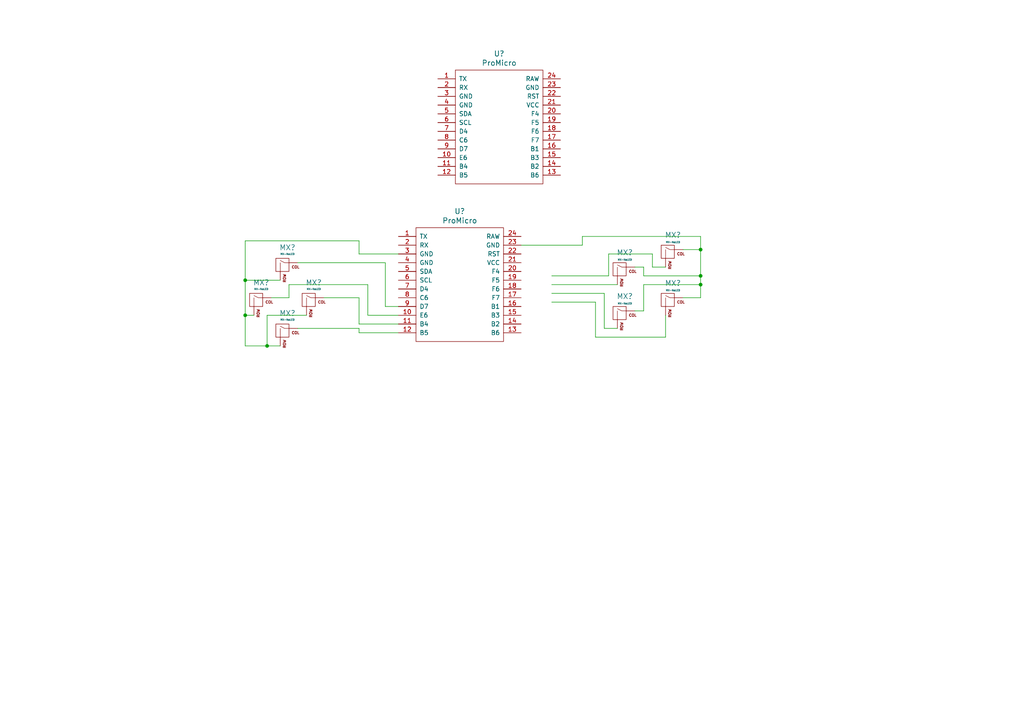
<source format=kicad_sch>
(kicad_sch (version 20211123) (generator eeschema)
  (paper "A4")
  (lib_symbols
    (symbol "MX_Alps_Hybrid:MX-NoLED" (pin_names (offset 1.016))
      (property "Reference" "MX" (at -0.635 3.81 0))
      (property "Value" "MX-NoLED" (at -0.635 1.27 0))
      (symbol "MX-NoLED_0_0"
        (rectangle (start -2.54 2.54) (end 1.27 -1.27))
        (polyline (pts (xy -1.27 -1.27) (xy -1.27 1.27)) (stroke (width 0.127)))
        (polyline (pts (xy 1.27 1.27) (xy 0 1.27) (xy -1.27 1.905)) (stroke (width 0.127)))
        (text "COL" (at 3.175 0 0) (effects (font (size 0.762 0.762))))
        (text "ROW" (at 0 -1.905 900) (effects (font (size 0.762 0.762)) (justify right)))
      )
      (symbol "MX-NoLED_1_1"
        (pin passive line (at 3.81 1.27 180) (length 2.54) (name "COL") (number "1"))
        (pin passive line (at -1.27 -3.81 90) (length 2.54) (name "ROW") (number "2"))
      )
    )
    (symbol "promicro:ProMicro" (pin_names (offset 1.016))
      (property "Reference" "U" (at 0 24.13 0))
      (property "Value" "ProMicro" (at 0 -13.97 0))
      (symbol "ProMicro_0_1"
        (rectangle (start -12.7 21.59) (end 12.7 -11.43))
      )
      (symbol "ProMicro_1_1"
        (pin bidirectional line (at -17.78 19.05 0) (length 5.08) (name "TX") (number "1"))
        (pin bidirectional line (at -17.78 -3.81 0) (length 5.08) (name "E6") (number "10"))
        (pin bidirectional line (at -17.78 -6.35 0) (length 5.08) (name "B4") (number "11"))
        (pin bidirectional line (at -17.78 -8.89 0) (length 5.08) (name "B5") (number "12"))
        (pin bidirectional line (at 17.78 -8.89 180) (length 5.08) (name "B6") (number "13"))
        (pin bidirectional line (at 17.78 -6.35 180) (length 5.08) (name "B2") (number "14"))
        (pin bidirectional line (at 17.78 -3.81 180) (length 5.08) (name "B3") (number "15"))
        (pin bidirectional line (at 17.78 -1.27 180) (length 5.08) (name "B1") (number "16"))
        (pin bidirectional line (at 17.78 1.27 180) (length 5.08) (name "F7") (number "17"))
        (pin bidirectional line (at 17.78 3.81 180) (length 5.08) (name "F6") (number "18"))
        (pin bidirectional line (at 17.78 6.35 180) (length 5.08) (name "F5") (number "19"))
        (pin bidirectional line (at -17.78 16.51 0) (length 5.08) (name "RX") (number "2"))
        (pin bidirectional line (at 17.78 8.89 180) (length 5.08) (name "F4") (number "20"))
        (pin power_in line (at 17.78 11.43 180) (length 5.08) (name "VCC") (number "21"))
        (pin input line (at 17.78 13.97 180) (length 5.08) (name "RST") (number "22"))
        (pin power_in line (at 17.78 16.51 180) (length 5.08) (name "GND") (number "23"))
        (pin power_out line (at 17.78 19.05 180) (length 5.08) (name "RAW") (number "24"))
        (pin power_in line (at -17.78 13.97 0) (length 5.08) (name "GND") (number "3"))
        (pin power_in line (at -17.78 11.43 0) (length 5.08) (name "GND") (number "4"))
        (pin bidirectional line (at -17.78 8.89 0) (length 5.08) (name "SDA") (number "5"))
        (pin bidirectional line (at -17.78 6.35 0) (length 5.08) (name "SCL") (number "6"))
        (pin bidirectional line (at -17.78 3.81 0) (length 5.08) (name "D4") (number "7"))
        (pin bidirectional line (at -17.78 1.27 0) (length 5.08) (name "C6") (number "8"))
        (pin bidirectional line (at -17.78 -1.27 0) (length 5.08) (name "D7") (number "9"))
      )
    )
  )
  (junction (at 203.2 80.01))
  (junction (at 71.12 91.44))
  (junction (at 71.12 81.28))
  (junction (at 203.2 72.39))
  (junction (at 203.2 82.55))
  (junction (at 77.47 100.33))
  (wire (pts (xy 184.15 90.17) (xy 186.69 90.17)))
  (wire (pts (xy 71.12 69.85) (xy 104.14 69.85)))
  (wire (pts (xy 160.02 87.63) (xy 172.72 87.63)))
  (wire (pts (xy 160.02 85.09) (xy 175.26 85.09)))
  (wire (pts (xy 104.14 95.25) (xy 104.14 96.52)))
  (wire (pts (xy 184.15 77.47) (xy 186.69 77.47)))
  (wire (pts (xy 106.68 91.44) (xy 115.57 91.44)))
  (wire (pts (xy 71.12 81.28) (xy 81.28 81.28)))
  (wire (pts (xy 77.47 100.33) (xy 71.12 100.33)))
  (wire (pts (xy 71.12 81.28) (xy 71.12 69.85)))
  (wire (pts (xy 111.76 76.2) (xy 111.76 88.9)))
  (wire (pts (xy 83.82 86.36) (xy 83.82 82.55)))
  (wire (pts (xy 203.2 80.01) (xy 203.2 72.39)))
  (wire (pts (xy 198.12 86.36) (xy 203.2 86.36)))
  (wire (pts (xy 73.66 91.44) (xy 71.12 91.44)))
  (wire (pts (xy 189.23 77.47) (xy 189.23 73.66)))
  (wire (pts (xy 186.69 77.47) (xy 186.69 80.01)))
  (wire (pts (xy 203.2 86.36) (xy 203.2 82.55)))
  (wire (pts (xy 160.02 82.55) (xy 179.07 82.55)))
  (wire (pts (xy 193.04 77.47) (xy 189.23 77.47)))
  (wire (pts (xy 71.12 100.33) (xy 71.12 91.44)))
  (wire (pts (xy 86.36 95.25) (xy 104.14 95.25)))
  (wire (pts (xy 83.82 82.55) (xy 106.68 82.55)))
  (wire (pts (xy 193.04 91.44) (xy 193.04 97.79)))
  (wire (pts (xy 179.07 95.25) (xy 175.26 95.25)))
  (wire (pts (xy 86.36 76.2) (xy 111.76 76.2)))
  (wire (pts (xy 106.68 82.55) (xy 106.68 91.44)))
  (wire (pts (xy 88.9 91.44) (xy 77.47 91.44)))
  (wire (pts (xy 151.13 71.12) (xy 168.91 71.12)))
  (wire (pts (xy 189.23 73.66) (xy 176.53 73.66)))
  (wire (pts (xy 186.69 80.01) (xy 203.2 80.01)))
  (wire (pts (xy 175.26 85.09) (xy 175.26 95.25)))
  (wire (pts (xy 203.2 68.58) (xy 168.91 68.58)))
  (wire (pts (xy 203.2 82.55) (xy 203.2 80.01)))
  (wire (pts (xy 78.74 86.36) (xy 83.82 86.36)))
  (wire (pts (xy 198.12 72.39) (xy 203.2 72.39)))
  (wire (pts (xy 104.14 86.36) (xy 104.14 93.98)))
  (wire (pts (xy 172.72 97.79) (xy 193.04 97.79)))
  (wire (pts (xy 186.69 90.17) (xy 186.69 82.55)))
  (wire (pts (xy 168.91 68.58) (xy 168.91 71.12)))
  (wire (pts (xy 172.72 97.79) (xy 172.72 87.63)))
  (wire (pts (xy 104.14 73.66) (xy 115.57 73.66)))
  (wire (pts (xy 71.12 91.44) (xy 71.12 81.28)))
  (wire (pts (xy 160.02 80.01) (xy 176.53 80.01)))
  (wire (pts (xy 104.14 96.52) (xy 115.57 96.52)))
  (wire (pts (xy 104.14 69.85) (xy 104.14 73.66)))
  (wire (pts (xy 203.2 72.39) (xy 203.2 68.58)))
  (wire (pts (xy 104.14 93.98) (xy 115.57 93.98)))
  (wire (pts (xy 111.76 88.9) (xy 115.57 88.9)))
  (wire (pts (xy 81.28 100.33) (xy 77.47 100.33)))
  (wire (pts (xy 186.69 82.55) (xy 203.2 82.55)))
  (wire (pts (xy 176.53 73.66) (xy 176.53 80.01)))
  (wire (pts (xy 93.98 86.36) (xy 104.14 86.36)))
  (wire (pts (xy 77.47 91.44) (xy 77.47 100.33)))
  (symbol (lib_id "promicro:ProMicro") (at 144.78 41.91 0) (unit 1)
    (property "Reference" "U?" (at 144.78 15.5702 0) (effects (font (size 1.524 1.524))))
    (property "Value" "ProMicro" (at 144.78 18.2626 0) (effects (font (size 1.524 1.524))))
  )
  (symbol (lib_id "MX_Alps_Hybrid:MX-NoLED") (at 82.55 77.47 0) (unit 1)
    (property "Reference" "MX?" (at 83.3882 71.8058 0) (effects (font (size 1.524 1.524))))
    (property "Value" "MX-NoLED" (at 83.3882 73.6854 0) (effects (font (size 0.508 0.508))))
  )
  (symbol (lib_id "MX_Alps_Hybrid:MX-NoLED") (at 82.55 96.52 0) (unit 1)
    (property "Reference" "MX?" (at 83.3882 90.8558 0) (effects (font (size 1.524 1.524))))
    (property "Value" "MX-NoLED" (at 83.3882 92.7354 0) (effects (font (size 0.508 0.508))))
  )
  (symbol (lib_id "MX_Alps_Hybrid:MX-NoLED") (at 74.93 87.63 0) (unit 1)
    (property "Reference" "MX?" (at 75.7682 81.9658 0) (effects (font (size 1.524 1.524))))
    (property "Value" "MX-NoLED" (at 75.7682 83.8454 0) (effects (font (size 0.508 0.508))))
  )
  (symbol (lib_id "MX_Alps_Hybrid:MX-NoLED") (at 90.17 87.63 0) (unit 1)
    (property "Reference" "MX?" (at 91.0082 81.9658 0) (effects (font (size 1.524 1.524))))
    (property "Value" "MX-NoLED" (at 91.0082 83.8454 0) (effects (font (size 0.508 0.508))))
  )
  (symbol (lib_id "promicro:ProMicro") (at 133.35 87.63 0) (unit 1)
    (property "Reference" "U?" (at 133.35 61.2902 0) (effects (font (size 1.524 1.524))))
    (property "Value" "ProMicro" (at 133.35 63.9826 0) (effects (font (size 1.524 1.524))))
  )
  (symbol (lib_id "MX_Alps_Hybrid:MX-NoLED") (at 180.34 78.74 0) (unit 1)
    (property "Reference" "MX?" (at 181.2256 73.2483 0) (effects (font (size 1.524 1.524))))
    (property "Value" "MX-NoLED" (at 181.2256 75.3285 0) (effects (font (size 0.508 0.508))))
  )
  (symbol (lib_id "MX_Alps_Hybrid:MX-NoLED") (at 180.34 91.44 0) (unit 1)
    (property "Reference" "MX?" (at 181.2256 85.9483 0) (effects (font (size 1.524 1.524))))
    (property "Value" "MX-NoLED" (at 181.2256 88.0285 0) (effects (font (size 0.508 0.508))))
  )
  (symbol (lib_id "MX_Alps_Hybrid:MX-NoLED") (at 194.31 87.63 0) (unit 1)
    (property "Reference" "MX?" (at 195.1956 82.1383 0) (effects (font (size 1.524 1.524))))
    (property "Value" "MX-NoLED" (at 195.1956 84.2185 0) (effects (font (size 0.508 0.508))))
  )
  (symbol (lib_id "MX_Alps_Hybrid:MX-NoLED") (at 194.31 73.66 0) (unit 1)
    (property "Reference" "MX?" (at 195.1956 68.1683 0) (effects (font (size 1.524 1.524))))
    (property "Value" "MX-NoLED" (at 195.1956 70.2485 0) (effects (font (size 0.508 0.508))))
  )
)
</source>
